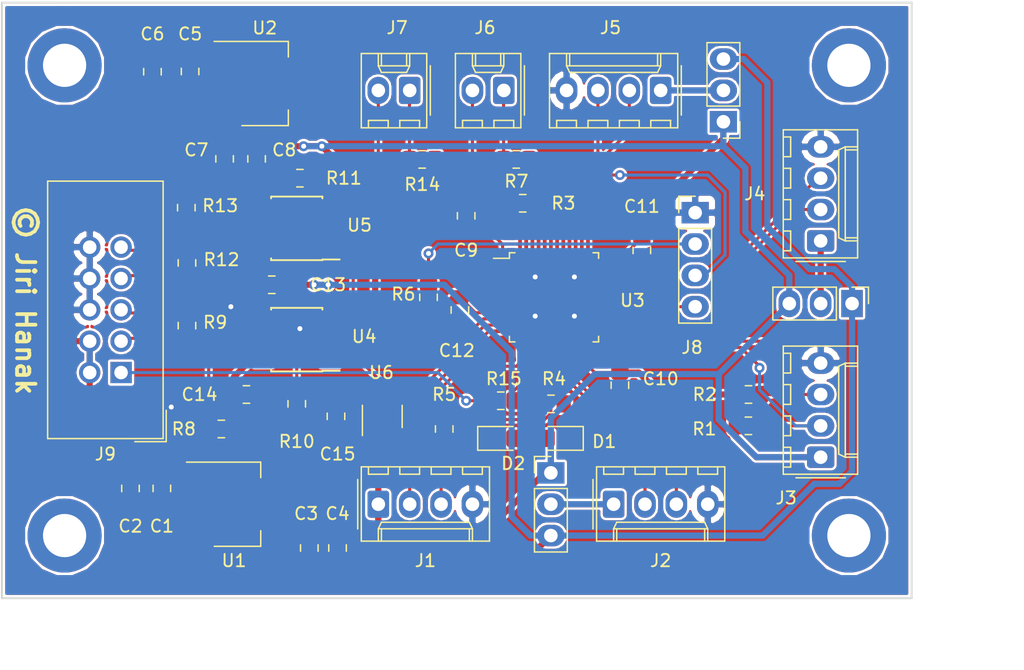
<source format=kicad_pcb>
(kicad_pcb (version 20171130) (host pcbnew 5.0.2-bee76a0~70~ubuntu18.04.1)
  (title_block (title "Water level monitoring - main board") (date 2019-01-20))
  (layers (0 F.Cu signal) (31 B.Cu signal) (34 B.Paste user) (35 F.Paste user) (36 B.SilkS user) (37 F.SilkS user) (38 B.Mask user) (39 F.Mask user) (44 Edge.Cuts user))
  (net 0 "")
  (net 1 GND)
  (net 2 +5V)
  (net 3 +3V3)
  (net 4 "Net-(D1-Pad1)")
  (net 5 "Net-(D2-Pad1)")
  (net 6 /UART3_RX)
  (net 7 /UART3_TX)
  (net 8 "Net-(J1-Pad1)")
  (net 9 /SCL)
  (net 10 /SDA)
  (net 11 /UART5_RX)
  (net 12 /UART5_TX)
  (net 13 "Net-(J3-Pad1)")
  (net 14 /~RST)
  (net 15 /SDCLK)
  (net 16 /SDWIO)
  (net 17 /UART2_RX)
  (net 18 /UART2_TX)
  (net 19 "Net-(J6-Pad1)")
  (net 20 /UART1_TX)
  (net 21 /UART1_RX)
  (net 22 /SSR_CONTROL)
  (net 23 "Net-(R3-Pad1)")
  (net 24 "Net-(R4-Pad1)")
  (net 25 "Net-(R5-Pad2)")
  (net 26 /UART4_TX)
  (net 27 /UART4_RX)
  (net 28 +5.5V)
  (net 29 "Net-(J8-Pad1)")
  (net 30 "Net-(J8-Pad3)")
  (net 31 "Net-(J8-Pad5)")
  (net 32 "Net-(J8-Pad7)")
  (net 33 "Net-(R7-Pad1)")
  (net 34 "Net-(R14-Pad1)")
  (net 35 "Net-(J8-Pad9)")
  (net 36 "Net-(U4-Pad1)")
  (net 37 "Net-(J7-Pad2)")
  (net 38 "Net-(J7-Pad1)")
  (net 39 "Net-(J9-Pad1)")
  (net 40 "Net-(J9-Pad2)")
  (module Capacitor_SMD:C_0805_2012Metric_Pad1.15x1.40mm_HandSolder (layer F.Cu) (at 183.134 127.4662 270)
    (fp_text reference C7 (at -0.7202 2.286) (layer F.SilkS))
    (fp_text value 1u)
    (pad 2 smd roundrect (at 1.025 0 270) (size 1.15 1.4) (layers F.Cu F.Paste F.Mask) (roundrect_rratio 0.217391) (net 1 GND))
    (pad 1 smd roundrect (at -1.025 0 270) (size 1.15 1.4) (layers F.Cu F.Paste F.Mask) (roundrect_rratio 0.217391) (net 3 +3V3))
  )
  (module Connector_PinHeader_2.54mm:PinHeader_1x03_P2.54mm_Vertical (layer F.Cu) (at 209.55 152.908)
    (fp_text reference SW1 hide)
    (fp_text value SW_UART3)
    (pad 3 thru_hole oval (at 0 5.08) (size 2.2 1.74) (drill 1.1) (layers *.Cu *.Mask) (net 2 +5V))
    (pad 2 thru_hole oval (at 0 2.54) (size 2.2 1.74) (drill 1.1) (layers *.Cu *.Mask) (net 8 "Net-(J1-Pad1)"))
    (pad 1 thru_hole rect (at 0 0) (size 2.2 1.74) (drill 1.1) (layers *.Cu *.Mask) (net 3 +3V3))
  )
  (module Capacitor_SMD:C_0805_2012Metric_Pad1.15x1.40mm_HandSolder (layer F.Cu) (at 186.953 137.668 180)
    (fp_text reference C13 (at -4.563 0) (layer F.SilkS))
    (fp_text value 100n)
    (pad 2 smd roundrect (at 1.025 0 180) (size 1.15 1.4) (layers F.Cu F.Paste F.Mask) (roundrect_rratio 0.217391) (net 1 GND))
    (pad 1 smd roundrect (at -1.025 0 180) (size 1.15 1.4) (layers F.Cu F.Paste F.Mask) (roundrect_rratio 0.217391) (net 2 +5V))
  )
  (module Connector_IDC:IDC-Header_2x05_P2.54mm_Vertical (layer F.Cu) (at 174.752 144.78 180)
    (fp_text reference J9 (at 1.27 -6.604 180) (layer F.SilkS))
    (fp_text value Support_board)
    (pad 1 thru_hole rect (at 0 0 180) (size 1.7272 1.7272) (drill 1.1) (layers *.Cu *.Mask) (net 29 "Net-(J8-Pad1)"))
    (pad 2 thru_hole oval (at 2.54 0 180) (size 1.7272 1.7272) (drill 1.1) (layers *.Cu *.Mask) (net 28 +5.5V))
    (pad 3 thru_hole oval (at 0 2.54 180) (size 1.7272 1.7272) (drill 1.1) (layers *.Cu *.Mask) (net 30 "Net-(J8-Pad3)"))
    (pad 4 thru_hole oval (at 2.54 2.54 180) (size 1.7272 1.7272) (drill 1.1) (layers *.Cu *.Mask) (net 28 +5.5V))
    (pad 5 thru_hole oval (at 0 5.08 180) (size 1.7272 1.7272) (drill 1.1) (layers *.Cu *.Mask) (net 31 "Net-(J8-Pad5)"))
    (pad 6 thru_hole oval (at 2.54 5.08 180) (size 1.7272 1.7272) (drill 1.1) (layers *.Cu *.Mask) (net 1 GND))
    (pad 7 thru_hole oval (at 0 7.62 180) (size 1.7272 1.7272) (drill 1.1) (layers *.Cu *.Mask) (net 32 "Net-(J8-Pad7)"))
    (pad 8 thru_hole oval (at 2.54 7.62 180) (size 1.7272 1.7272) (drill 1.1) (layers *.Cu *.Mask) (net 1 GND))
    (pad 9 thru_hole oval (at 0 10.16 180) (size 1.7272 1.7272) (drill 1.1) (layers *.Cu *.Mask) (net 35 "Net-(J8-Pad9)"))
    (pad 10 thru_hole oval (at 2.54 10.16 180) (size 1.7272 1.7272) (drill 1.1) (layers *.Cu *.Mask) (net 1 GND))
  )
  (module Capacitor_SMD:C_0805_2012Metric_Pad1.15x1.40mm_HandSolder (layer F.Cu) (at 215.138 145.805 270)
    (fp_text reference C10 (at -0.517 -3.302) (layer F.SilkS))
    (fp_text value 100n)
    (pad 1 smd roundrect (at -1.025 0 270) (size 1.15 1.4) (layers F.Cu F.Paste F.Mask) (roundrect_rratio 0.217391) (net 3 +3V3))
    (pad 2 smd roundrect (at 1.025 0 270) (size 1.15 1.4) (layers F.Cu F.Paste F.Mask) (roundrect_rratio 0.217391) (net 1 GND))
  )
  (module Package_QFP:LQFP-48_7x7mm_P0.5mm (layer F.Cu) (at 209.804 138.684)
    (fp_text reference U3 (at 6.35 0.254) (layer F.SilkS))
    (fp_text value STM32F030CCTx)
    (pad 1 smd roundrect (at -4.1625 -2.75) (size 1.475 0.3) (layers F.Cu F.Paste F.Mask) (net 3 +3V3))
    (pad 2 smd roundrect (at -4.1625 -2.25) (size 1.475 0.3) (layers F.Cu F.Paste F.Mask))
    (pad 3 smd roundrect (at -4.1625 -1.75) (size 1.475 0.3) (layers F.Cu F.Paste F.Mask))
    (pad 4 smd roundrect (at -4.1625 -1.25) (size 1.475 0.3) (layers F.Cu F.Paste F.Mask))
    (pad 5 smd roundrect (at -4.1625 -0.75) (size 1.475 0.3) (layers F.Cu F.Paste F.Mask))
    (pad 6 smd roundrect (at -4.1625 -0.25) (size 1.475 0.3) (layers F.Cu F.Paste F.Mask))
    (pad 7 smd roundrect (at -4.1625 0.25) (size 1.475 0.3) (layers F.Cu F.Paste F.Mask) (net 14 /~RST))
    (pad 8 smd roundrect (at -4.1625 0.75) (size 1.475 0.3) (layers F.Cu F.Paste F.Mask) (net 1 GND))
    (pad 9 smd roundrect (at -4.1625 1.25) (size 1.475 0.3) (layers F.Cu F.Paste F.Mask) (net 3 +3V3))
    (pad 10 smd roundrect (at -4.1625 1.75) (size 1.475 0.3) (layers F.Cu F.Paste F.Mask) (net 26 /UART4_TX))
    (pad 11 smd roundrect (at -4.1625 2.25) (size 1.475 0.3) (layers F.Cu F.Paste F.Mask) (net 27 /UART4_RX))
    (pad 12 smd roundrect (at -4.1625 2.75) (size 1.475 0.3) (layers F.Cu F.Paste F.Mask) (net 18 /UART2_TX))
    (pad 13 smd roundrect (at -2.75 4.1625) (size 0.3 1.475) (layers F.Cu F.Paste F.Mask) (net 17 /UART2_RX))
    (pad 14 smd roundrect (at -2.25 4.1625) (size 0.3 1.475) (layers F.Cu F.Paste F.Mask))
    (pad 15 smd roundrect (at -1.75 4.1625) (size 0.3 1.475) (layers F.Cu F.Paste F.Mask))
    (pad 16 smd roundrect (at -1.25 4.1625) (size 0.3 1.475) (layers F.Cu F.Paste F.Mask) (net 22 /SSR_CONTROL))
    (pad 17 smd roundrect (at -0.75 4.1625) (size 0.3 1.475) (layers F.Cu F.Paste F.Mask))
    (pad 18 smd roundrect (at -0.25 4.1625) (size 0.3 1.475) (layers F.Cu F.Paste F.Mask) (net 24 "Net-(R4-Pad1)"))
    (pad 19 smd roundrect (at 0.25 4.1625) (size 0.3 1.475) (layers F.Cu F.Paste F.Mask) (net 25 "Net-(R5-Pad2)"))
    (pad 20 smd roundrect (at 0.75 4.1625) (size 0.3 1.475) (layers F.Cu F.Paste F.Mask))
    (pad 21 smd roundrect (at 1.25 4.1625) (size 0.3 1.475) (layers F.Cu F.Paste F.Mask) (net 7 /UART3_TX))
    (pad 22 smd roundrect (at 1.75 4.1625) (size 0.3 1.475) (layers F.Cu F.Paste F.Mask) (net 6 /UART3_RX))
    (pad 23 smd roundrect (at 2.25 4.1625) (size 0.3 1.475) (layers F.Cu F.Paste F.Mask) (net 1 GND))
    (pad 24 smd roundrect (at 2.75 4.1625) (size 0.3 1.475) (layers F.Cu F.Paste F.Mask) (net 3 +3V3))
    (pad 25 smd roundrect (at 4.1625 2.75) (size 1.475 0.3) (layers F.Cu F.Paste F.Mask))
    (pad 26 smd roundrect (at 4.1625 2.25) (size 1.475 0.3) (layers F.Cu F.Paste F.Mask) (net 9 /SCL))
    (pad 27 smd roundrect (at 4.1625 1.75) (size 1.475 0.3) (layers F.Cu F.Paste F.Mask) (net 10 /SDA))
    (pad 28 smd roundrect (at 4.1625 1.25) (size 1.475 0.3) (layers F.Cu F.Paste F.Mask))
    (pad 29 smd roundrect (at 4.1625 0.75) (size 1.475 0.3) (layers F.Cu F.Paste F.Mask))
    (pad 30 smd roundrect (at 4.1625 0.25) (size 1.475 0.3) (layers F.Cu F.Paste F.Mask) (net 20 /UART1_TX))
    (pad 31 smd roundrect (at 4.1625 -0.25) (size 1.475 0.3) (layers F.Cu F.Paste F.Mask) (net 21 /UART1_RX))
    (pad 32 smd roundrect (at 4.1625 -0.75) (size 1.475 0.3) (layers F.Cu F.Paste F.Mask))
    (pad 33 smd roundrect (at 4.1625 -1.25) (size 1.475 0.3) (layers F.Cu F.Paste F.Mask))
    (pad 34 smd roundrect (at 4.1625 -1.75) (size 1.475 0.3) (layers F.Cu F.Paste F.Mask) (net 16 /SDWIO))
    (pad 35 smd roundrect (at 4.1625 -2.25) (size 1.475 0.3) (layers F.Cu F.Paste F.Mask) (net 1 GND))
    (pad 36 smd roundrect (at 4.1625 -2.75) (size 1.475 0.3) (layers F.Cu F.Paste F.Mask) (net 3 +3V3))
    (pad 37 smd roundrect (at 2.75 -4.1625) (size 0.3 1.475) (layers F.Cu F.Paste F.Mask) (net 15 /SDCLK))
    (pad 38 smd roundrect (at 2.25 -4.1625) (size 0.3 1.475) (layers F.Cu F.Paste F.Mask))
    (pad 39 smd roundrect (at 1.75 -4.1625) (size 0.3 1.475) (layers F.Cu F.Paste F.Mask) (net 12 /UART5_TX))
    (pad 40 smd roundrect (at 1.25 -4.1625) (size 0.3 1.475) (layers F.Cu F.Paste F.Mask) (net 11 /UART5_RX))
    (pad 41 smd roundrect (at 0.75 -4.1625) (size 0.3 1.475) (layers F.Cu F.Paste F.Mask) (net 33 "Net-(R7-Pad1)"))
    (pad 42 smd roundrect (at 0.25 -4.1625) (size 0.3 1.475) (layers F.Cu F.Paste F.Mask) (net 37 "Net-(J7-Pad2)"))
    (pad 43 smd roundrect (at -0.25 -4.1625) (size 0.3 1.475) (layers F.Cu F.Paste F.Mask) (net 34 "Net-(R14-Pad1)"))
    (pad 44 smd roundrect (at -0.75 -4.1625) (size 0.3 1.475) (layers F.Cu F.Paste F.Mask) (net 23 "Net-(R3-Pad1)"))
    (pad 45 smd roundrect (at -1.25 -4.1625) (size 0.3 1.475) (layers F.Cu F.Paste F.Mask) (net 40 "Net-(J9-Pad2)"))
    (pad 46 smd roundrect (at -1.75 -4.1625) (size 0.3 1.475) (layers F.Cu F.Paste F.Mask))
    (pad 47 smd roundrect (at -2.25 -4.1625) (size 0.3 1.475) (layers F.Cu F.Paste F.Mask) (net 1 GND))
    (pad 48 smd roundrect (at -2.75 -4.1625) (size 0.3 1.475) (layers F.Cu F.Paste F.Mask) (net 3 +3V3))
  )
  (module Connector_PinHeader_2.54mm:PinHeader_1x04_P2.54mm_Vertical (layer F.Cu) (at 221.234 131.826)
    (fp_text reference J8 (at -0.254 10.922) (layer F.SilkS))
    (fp_text value prg_conn hide)
    (pad 1 thru_hole rect (at 0 0) (size 2.2 1.74) (drill 1.1) (layers *.Cu *.Mask) (net 1 GND))
    (pad 2 thru_hole oval (at 0 2.54) (size 2.2 1.74) (drill 1.1) (layers *.Cu *.Mask) (net 14 /~RST))
    (pad 3 thru_hole oval (at 0 5.08) (size 2.2 1.74) (drill 1.1) (layers *.Cu *.Mask) (net 15 /SDCLK))
    (pad 4 thru_hole oval (at 0 7.62) (size 2.2 1.74) (drill 1.1) (layers *.Cu *.Mask) (net 16 /SDWIO))
  )
  (module Capacitor_SMD:C_0805_2012Metric_Pad1.15x1.40mm_HandSolder (layer F.Cu) (at 178.054 154.169 270)
    (fp_text reference C1 (at 3.057 0) (layer F.SilkS))
    (fp_text value 100n)
    (pad 2 smd roundrect (at 1.025 0 270) (size 1.15 1.4) (layers F.Cu F.Paste F.Mask) (roundrect_rratio 0.217391) (net 1 GND))
    (pad 1 smd roundrect (at -1.025 0 270) (size 1.15 1.4) (layers F.Cu F.Paste F.Mask) (roundrect_rratio 0.217391) (net 28 +5.5V))
  )
  (module Capacitor_SMD:C_0805_2012Metric_Pad1.15x1.40mm_HandSolder (layer F.Cu) (at 175.514 154.169 270)
    (fp_text reference C2 (at 3.057 0) (layer F.SilkS))
    (fp_text value 4.7u)
    (pad 2 smd roundrect (at 1.025 0 270) (size 1.15 1.4) (layers F.Cu F.Paste F.Mask) (roundrect_rratio 0.217391) (net 1 GND))
    (pad 1 smd roundrect (at -1.025 0 270) (size 1.15 1.4) (layers F.Cu F.Paste F.Mask) (roundrect_rratio 0.217391) (net 28 +5.5V))
  )
  (module Capacitor_SMD:C_0805_2012Metric_Pad1.15x1.40mm_HandSolder (layer F.Cu) (at 189.992 158.995 90)
    (fp_text reference C3 (at 2.785 -0.254 180) (layer F.SilkS))
    (fp_text value 1u)
    (pad 2 smd roundrect (at 1.025 0 90) (size 1.15 1.4) (layers F.Cu F.Paste F.Mask) (roundrect_rratio 0.217391) (net 1 GND))
    (pad 1 smd roundrect (at -1.025 0 90) (size 1.15 1.4) (layers F.Cu F.Paste F.Mask) (roundrect_rratio 0.217391) (net 2 +5V))
  )
  (module Capacitor_SMD:C_0805_2012Metric_Pad1.15x1.40mm_HandSolder (layer F.Cu) (at 192.278 158.995 90)
    (fp_text reference C4 (at 2.785 0 180) (layer F.SilkS))
    (fp_text value 100n)
    (pad 1 smd roundrect (at -1.025 0 90) (size 1.15 1.4) (layers F.Cu F.Paste F.Mask) (roundrect_rratio 0.217391) (net 2 +5V))
    (pad 2 smd roundrect (at 1.025 0 90) (size 1.15 1.4) (layers F.Cu F.Paste F.Mask) (roundrect_rratio 0.217391) (net 1 GND))
  )
  (module Capacitor_SMD:C_0805_2012Metric_Pad1.15x1.40mm_HandSolder (layer F.Cu) (at 180.34 120.387 270)
    (fp_text reference C5 (at -3.039 0) (layer F.SilkS))
    (fp_text value 100n)
    (pad 1 smd roundrect (at -1.025 0 270) (size 1.15 1.4) (layers F.Cu F.Paste F.Mask) (roundrect_rratio 0.217391) (net 28 +5.5V))
    (pad 2 smd roundrect (at 1.025 0 270) (size 1.15 1.4) (layers F.Cu F.Paste F.Mask) (roundrect_rratio 0.217391) (net 1 GND))
  )
  (module Capacitor_SMD:C_0805_2012Metric_Pad1.15x1.40mm_HandSolder (layer F.Cu) (at 177.292 120.405 270)
    (fp_text reference C6 (at -3.057 0) (layer F.SilkS))
    (fp_text value 4.7u)
    (pad 1 smd roundrect (at -1.025 0 270) (size 1.15 1.4) (layers F.Cu F.Paste F.Mask) (roundrect_rratio 0.217391) (net 28 +5.5V))
    (pad 2 smd roundrect (at 1.025 0 270) (size 1.15 1.4) (layers F.Cu F.Paste F.Mask) (roundrect_rratio 0.217391) (net 1 GND))
  )
  (module Capacitor_SMD:C_0805_2012Metric_Pad1.15x1.40mm_HandSolder (layer F.Cu) (at 185.7248 127.4662 270)
    (fp_text reference C8 (at -0.7202 -2.2352) (layer F.SilkS))
    (fp_text value 100n)
    (pad 1 smd roundrect (at -1.025 0 270) (size 1.15 1.4) (layers F.Cu F.Paste F.Mask) (roundrect_rratio 0.217391) (net 3 +3V3))
    (pad 2 smd roundrect (at 1.025 0 270) (size 1.15 1.4) (layers F.Cu F.Paste F.Mask) (roundrect_rratio 0.217391) (net 1 GND))
  )
  (module Capacitor_SMD:C_0805_2012Metric_Pad1.15x1.40mm_HandSolder (layer F.Cu) (at 202.692 132.08 90)
    (fp_text reference C9 (at -2.794 0 180) (layer F.SilkS))
    (fp_text value 100n)
    (pad 2 smd roundrect (at 1.025 0 90) (size 1.15 1.4) (layers F.Cu F.Paste F.Mask) (roundrect_rratio 0.217391) (net 1 GND))
    (pad 1 smd roundrect (at -1.025 0 90) (size 1.15 1.4) (layers F.Cu F.Paste F.Mask) (roundrect_rratio 0.217391) (net 3 +3V3))
  )
  (module Capacitor_SMD:C_0805_2012Metric_Pad1.15x1.40mm_HandSolder (layer F.Cu) (at 216.916 134.883 270)
    (fp_text reference C11 (at -3.565 0) (layer F.SilkS))
    (fp_text value 100n)
    (pad 2 smd roundrect (at 1.025 0 270) (size 1.15 1.4) (layers F.Cu F.Paste F.Mask) (roundrect_rratio 0.217391) (net 1 GND))
    (pad 1 smd roundrect (at -1.025 0 270) (size 1.15 1.4) (layers F.Cu F.Paste F.Mask) (roundrect_rratio 0.217391) (net 3 +3V3))
  )
  (module Capacitor_SMD:C_0805_2012Metric_Pad1.15x1.40mm_HandSolder (layer F.Cu) (at 202.184 139.709 270)
    (fp_text reference C12 (at 3.293 0.254) (layer F.SilkS))
    (fp_text value 100n)
    (pad 1 smd roundrect (at -1.025 0 270) (size 1.15 1.4) (layers F.Cu F.Paste F.Mask) (roundrect_rratio 0.217391) (net 3 +3V3))
    (pad 2 smd roundrect (at 1.025 0 270) (size 1.15 1.4) (layers F.Cu F.Paste F.Mask) (roundrect_rratio 0.217391) (net 1 GND))
  )
  (module Capacitor_SMD:C_0805_2012Metric_Pad1.15x1.40mm_HandSolder (layer F.Cu) (at 184.903 146.558)
    (fp_text reference C14 (at -3.801 0 180) (layer F.SilkS))
    (fp_text value 100n)
    (pad 1 smd roundrect (at -1.025 0) (size 1.15 1.4) (layers F.Cu F.Paste F.Mask) (roundrect_rratio 0.217391) (net 2 +5V))
    (pad 2 smd roundrect (at 1.025 0) (size 1.15 1.4) (layers F.Cu F.Paste F.Mask) (roundrect_rratio 0.217391) (net 1 GND))
  )
  (module LED_SMD:LED_0805_2012Metric_Pad1.15x1.40mm_HandSolder (layer F.Cu) (at 210.312 150.114 180)
    (fp_text reference D1 (at -3.556 -0.254) (layer F.SilkS))
    (fp_text value LED)
    (pad 1 smd roundrect (at -1.025 0 180) (size 1.15 1.4) (layers F.Cu F.Paste F.Mask) (roundrect_rratio 0.217391) (net 4 "Net-(D1-Pad1)"))
    (pad 2 smd roundrect (at 1.025 0 180) (size 1.15 1.4) (layers F.Cu F.Paste F.Mask) (roundrect_rratio 0.217391) (net 3 +3V3))
  )
  (module LED_SMD:LED_0805_2012Metric_Pad1.15x1.40mm_HandSolder (layer F.Cu) (at 205.486 150.114)
    (fp_text reference D2 (at 1.016 2.032 180) (layer F.SilkS))
    (fp_text value LED)
    (pad 2 smd roundrect (at 1.025 0) (size 1.15 1.4) (layers F.Cu F.Paste F.Mask) (roundrect_rratio 0.217391) (net 3 +3V3))
    (pad 1 smd roundrect (at -1.025 0) (size 1.15 1.4) (layers F.Cu F.Paste F.Mask) (roundrect_rratio 0.217391) (net 5 "Net-(D2-Pad1)"))
  )
  (module Resistor_SMD:R_0805_2012Metric_Pad1.15x1.40mm_HandSolder (layer F.Cu) (at 225.543 149.098)
    (fp_text reference R1 (at -3.565 0.254 180) (layer F.SilkS))
    (fp_text value 4k7)
    (pad 1 smd roundrect (at -1.025 0) (size 1.15 1.4) (layers F.Cu F.Paste F.Mask) (roundrect_rratio 0.217391) (net 3 +3V3))
    (pad 2 smd roundrect (at 1.025 0) (size 1.15 1.4) (layers F.Cu F.Paste F.Mask) (roundrect_rratio 0.217391) (net 9 /SCL))
  )
  (module Resistor_SMD:R_0805_2012Metric_Pad1.15x1.40mm_HandSolder (layer F.Cu) (at 225.552 146.558)
    (fp_text reference R2 (at -3.547 0 180) (layer F.SilkS))
    (fp_text value 4k7)
    (pad 2 smd roundrect (at 1.025 0) (size 1.15 1.4) (layers F.Cu F.Paste F.Mask) (roundrect_rratio 0.217391) (net 10 /SDA))
    (pad 1 smd roundrect (at -1.025 0) (size 1.15 1.4) (layers F.Cu F.Paste F.Mask) (roundrect_rratio 0.217391) (net 3 +3V3))
  )
  (module Resistor_SMD:R_0805_2012Metric_Pad1.15x1.40mm_HandSolder (layer F.Cu) (at 207.273 131.064 180)
    (fp_text reference R3 (at -3.293 0 180) (layer F.SilkS))
    (fp_text value 10k)
    (pad 2 smd roundrect (at 1.025 0 180) (size 1.15 1.4) (layers F.Cu F.Paste F.Mask) (roundrect_rratio 0.217391) (net 1 GND))
    (pad 1 smd roundrect (at -1.025 0 180) (size 1.15 1.4) (layers F.Cu F.Paste F.Mask) (roundrect_rratio 0.217391) (net 23 "Net-(R3-Pad1)"))
  )
  (module Resistor_SMD:R_0805_2012Metric_Pad1.15x1.40mm_HandSolder (layer F.Cu) (at 209.559 147.32)
    (fp_text reference R4 (at 0.245 -2.032 180) (layer F.SilkS))
    (fp_text value 330R)
    (pad 1 smd roundrect (at -1.025 0) (size 1.15 1.4) (layers F.Cu F.Paste F.Mask) (roundrect_rratio 0.217391) (net 24 "Net-(R4-Pad1)"))
    (pad 2 smd roundrect (at 1.025 0) (size 1.15 1.4) (layers F.Cu F.Paste F.Mask) (roundrect_rratio 0.217391) (net 4 "Net-(D1-Pad1)"))
  )
  (module Resistor_SMD:R_0805_2012Metric_Pad1.15x1.40mm_HandSolder (layer F.Cu) (at 200.914 149.352 90)
    (fp_text reference R5 (at 2.794 0 -180) (layer F.SilkS))
    (fp_text value 330R)
    (pad 2 smd roundrect (at 1.025 0 90) (size 1.15 1.4) (layers F.Cu F.Paste F.Mask) (roundrect_rratio 0.217391) (net 25 "Net-(R5-Pad2)"))
    (pad 1 smd roundrect (at -1.025 0 90) (size 1.15 1.4) (layers F.Cu F.Paste F.Mask) (roundrect_rratio 0.217391) (net 5 "Net-(D2-Pad1)"))
  )
  (module Resistor_SMD:R_0805_2012Metric_Pad1.15x1.40mm_HandSolder (layer F.Cu) (at 199.644 138.684 90)
    (fp_text reference R6 (at 0.254 -2.032 180) (layer F.SilkS))
    (fp_text value 10k)
    (pad 1 smd roundrect (at -1.025 0 90) (size 1.15 1.4) (layers F.Cu F.Paste F.Mask) (roundrect_rratio 0.217391) (net 3 +3V3))
    (pad 2 smd roundrect (at 1.025 0 90) (size 1.15 1.4) (layers F.Cu F.Paste F.Mask) (roundrect_rratio 0.217391) (net 14 /~RST))
  )
  (module Resistor_SMD:R_0805_2012Metric_Pad1.15x1.40mm_HandSolder (layer F.Cu) (at 182.871 149.352 180)
    (fp_text reference R8 (at 3.039 0) (layer F.SilkS))
    (fp_text value 1k)
    (pad 2 smd roundrect (at 1.025 0 180) (size 1.15 1.4) (layers F.Cu F.Paste F.Mask) (roundrect_rratio 0.217391) (net 30 "Net-(J8-Pad3)"))
    (pad 1 smd roundrect (at -1.025 0 180) (size 1.15 1.4) (layers F.Cu F.Paste F.Mask) (roundrect_rratio 0.217391) (net 2 +5V))
  )
  (module Resistor_SMD:R_0805_2012Metric_Pad1.15x1.40mm_HandSolder (layer F.Cu) (at 180.086 140.979 90)
    (fp_text reference R9 (at 0.263 2.286 180) (layer F.SilkS))
    (fp_text value 150R)
    (pad 1 smd roundrect (at -1.025 0 90) (size 1.15 1.4) (layers F.Cu F.Paste F.Mask) (roundrect_rratio 0.217391) (net 30 "Net-(J8-Pad3)"))
    (pad 2 smd roundrect (at 1.025 0 90) (size 1.15 1.4) (layers F.Cu F.Paste F.Mask) (roundrect_rratio 0.217391) (net 31 "Net-(J8-Pad5)"))
  )
  (module Resistor_SMD:R_0805_2012Metric_Pad1.15x1.40mm_HandSolder (layer F.Cu) (at 188.976 147.311 270)
    (fp_text reference R10 (at 3.057 0) (layer F.SilkS))
    (fp_text value 1k)
    (pad 1 smd roundrect (at -1.025 0 270) (size 1.15 1.4) (layers F.Cu F.Paste F.Mask) (roundrect_rratio 0.217391) (net 31 "Net-(J8-Pad5)"))
    (pad 2 smd roundrect (at 1.025 0 270) (size 1.15 1.4) (layers F.Cu F.Paste F.Mask) (roundrect_rratio 0.217391) (net 1 GND))
  )
  (module Resistor_SMD:R_0805_2012Metric_Pad1.15x1.40mm_HandSolder (layer F.Cu) (at 189.23 129.032 180)
    (fp_text reference R11 (at -3.556 0 180) (layer F.SilkS))
    (fp_text value 1k)
    (pad 2 smd roundrect (at 1.025 0 180) (size 1.15 1.4) (layers F.Cu F.Paste F.Mask) (roundrect_rratio 0.217391) (net 32 "Net-(J8-Pad7)"))
    (pad 1 smd roundrect (at -1.025 0 180) (size 1.15 1.4) (layers F.Cu F.Paste F.Mask) (roundrect_rratio 0.217391) (net 2 +5V))
  )
  (module Resistor_SMD:R_0805_2012Metric_Pad1.15x1.40mm_HandSolder (layer F.Cu) (at 180.086 135.899 90)
    (fp_text reference R12 (at 0.263 2.794 180) (layer F.SilkS))
    (fp_text value 150R)
    (pad 1 smd roundrect (at -1.025 0 90) (size 1.15 1.4) (layers F.Cu F.Paste F.Mask) (roundrect_rratio 0.217391) (net 32 "Net-(J8-Pad7)"))
    (pad 2 smd roundrect (at 1.025 0 90) (size 1.15 1.4) (layers F.Cu F.Paste F.Mask) (roundrect_rratio 0.217391) (net 35 "Net-(J8-Pad9)"))
  )
  (module Resistor_SMD:R_0805_2012Metric_Pad1.15x1.40mm_HandSolder (layer F.Cu) (at 180.0352 131.4196 90)
    (fp_text reference R13 (at 0.1524 2.7432 180) (layer F.SilkS))
    (fp_text value 1k)
    (pad 1 smd roundrect (at -1.025 0 90) (size 1.15 1.4) (layers F.Cu F.Paste F.Mask) (roundrect_rratio 0.217391) (net 35 "Net-(J8-Pad9)"))
    (pad 2 smd roundrect (at 1.025 0 90) (size 1.15 1.4) (layers F.Cu F.Paste F.Mask) (roundrect_rratio 0.217391) (net 1 GND))
  )
  (module Package_TO_SOT_SMD:SOT-223-3_TabPin2 (layer F.Cu) (at 184.15 155.448)
    (fp_text reference U1 (at -0.254 4.572) (layer F.SilkS))
    (fp_text value MCP1826S_5V)
    (pad 1 smd rect (at -3.15 -2.3) (size 2 1.5) (layers F.Cu F.Paste F.Mask) (net 28 +5.5V))
    (pad 3 smd rect (at -3.15 2.3) (size 2 1.5) (layers F.Cu F.Paste F.Mask) (net 2 +5V))
    (pad 2 smd rect (at -3.15 0) (size 2 1.5) (layers F.Cu F.Paste F.Mask) (net 1 GND))
    (pad 2 smd rect (at 3.15 0) (size 2 3.8) (layers F.Cu F.Paste F.Mask) (net 1 GND))
  )
  (module Package_TO_SOT_SMD:SOT-223-3_TabPin2 (layer F.Cu) (at 186.3852 121.3612)
    (fp_text reference U2 (at 0 -4.5) (layer F.SilkS))
    (fp_text value MCP1826S_3.3V)
    (pad 2 smd rect (at 3.15 0) (size 2 3.8) (layers F.Cu F.Paste F.Mask) (net 1 GND))
    (pad 2 smd rect (at -3.15 0) (size 2 1.5) (layers F.Cu F.Paste F.Mask) (net 1 GND))
    (pad 3 smd rect (at -3.15 2.3) (size 2 1.5) (layers F.Cu F.Paste F.Mask) (net 3 +3V3))
    (pad 1 smd rect (at -3.15 -2.3) (size 2 1.5) (layers F.Cu F.Paste F.Mask) (net 28 +5.5V))
  )
  (module Connector_PinHeader_2.54mm:PinHeader_1x03_P2.54mm_Vertical (layer F.Cu) (at 223.52 124.46 180)
    (fp_text reference SW2 hide)
    (fp_text value SW_UART5)
    (pad 1 thru_hole rect (at 0 0 180) (size 2.2 1.74) (drill 1.1) (layers *.Cu *.Mask) (net 3 +3V3))
    (pad 2 thru_hole oval (at 0 2.54 180) (size 2.2 1.74) (drill 1.1) (layers *.Cu *.Mask) (net 13 "Net-(J3-Pad1)"))
    (pad 3 thru_hole oval (at 0 5.08 180) (size 2.2 1.74) (drill 1.1) (layers *.Cu *.Mask) (net 2 +5V))
  )
  (module GHlib:Screw (layer F.Cu) (at 170.18 119.888)
    (fp_text reference N1 hide)
    (fp_text value Screw)
    (pad 1 thru_hole circle (at 0 0) (size 6 6) (drill 3.5) (layers *.Cu *.Mask))
  )
  (module GHlib:Screw (layer F.Cu) (at 233.68 119.888)
    (fp_text reference N2 hide)
    (fp_text value Screw)
    (pad 1 thru_hole circle (at 0 0) (size 6 6) (drill 3.5) (layers *.Cu *.Mask))
  )
  (module GHlib:Screw (layer F.Cu) (at 170.18 157.988)
    (fp_text reference N3 hide)
    (fp_text value Screw)
    (pad 1 thru_hole circle (at 0 0) (size 6 6) (drill 3.5) (layers *.Cu *.Mask))
  )
  (module GHlib:Screw (layer F.Cu) (at 233.68 157.988)
    (fp_text reference N4 hide)
    (fp_text value Screw)
    (pad 1 thru_hole circle (at 0 0) (size 6 6) (drill 3.5) (layers *.Cu *.Mask))
  )
  (module Package_SO:SOIC-8_3.9x4.9mm_P1.27mm (layer F.Cu) (at 188.976 142.113 180)
    (fp_text reference U4 (at -5.461 0.254 180) (layer F.SilkS))
    (fp_text value SN75LBC176D)
    (pad 1 smd rect (at -2.7 -1.905 180) (size 1.55 0.6) (layers F.Cu F.Paste F.Mask) (net 36 "Net-(U4-Pad1)"))
    (pad 2 smd rect (at -2.7 -0.635 180) (size 1.55 0.6) (layers F.Cu F.Paste F.Mask) (net 1 GND))
    (pad 3 smd rect (at -2.7 0.635 180) (size 1.55 0.6) (layers F.Cu F.Paste F.Mask) (net 1 GND))
    (pad 4 smd rect (at -2.7 1.905 180) (size 1.55 0.6) (layers F.Cu F.Paste F.Mask))
    (pad 5 smd rect (at 2.7 1.905 180) (size 1.55 0.6) (layers F.Cu F.Paste F.Mask) (net 1 GND))
    (pad 6 smd rect (at 2.7 0.635 180) (size 1.55 0.6) (layers F.Cu F.Paste F.Mask) (net 31 "Net-(J8-Pad5)"))
    (pad 7 smd rect (at 2.7 -0.635 180) (size 1.55 0.6) (layers F.Cu F.Paste F.Mask) (net 30 "Net-(J8-Pad3)"))
    (pad 8 smd rect (at 2.7 -1.905 180) (size 1.55 0.6) (layers F.Cu F.Paste F.Mask) (net 2 +5V))
  )
  (module Package_SO:SOIC-8_3.9x4.9mm_P1.27mm (layer F.Cu) (at 188.976 133.096 180)
    (fp_text reference U5 (at -5.08 0.254 180) (layer F.SilkS))
    (fp_text value SN75LBC176D)
    (pad 8 smd rect (at 2.7 -1.905 180) (size 1.55 0.6) (layers F.Cu F.Paste F.Mask) (net 2 +5V))
    (pad 7 smd rect (at 2.7 -0.635 180) (size 1.55 0.6) (layers F.Cu F.Paste F.Mask) (net 32 "Net-(J8-Pad7)"))
    (pad 6 smd rect (at 2.7 0.635 180) (size 1.55 0.6) (layers F.Cu F.Paste F.Mask) (net 35 "Net-(J8-Pad9)"))
    (pad 5 smd rect (at 2.7 1.905 180) (size 1.55 0.6) (layers F.Cu F.Paste F.Mask) (net 1 GND))
    (pad 4 smd rect (at -2.7 1.905 180) (size 1.55 0.6) (layers F.Cu F.Paste F.Mask) (net 26 /UART4_TX))
    (pad 3 smd rect (at -2.7 0.635 180) (size 1.55 0.6) (layers F.Cu F.Paste F.Mask) (net 2 +5V))
    (pad 2 smd rect (at -2.7 -0.635 180) (size 1.55 0.6) (layers F.Cu F.Paste F.Mask) (net 2 +5V))
    (pad 1 smd rect (at -2.7 -1.905 180) (size 1.55 0.6) (layers F.Cu F.Paste F.Mask))
  )
  (module Connector_Molex:Molex_KK-254_AE-6410-04A_1x04_P2.54mm_Vertical (layer F.Cu) (at 214.63 155.448)
    (fp_text reference J2 (at 3.81 4.572) (layer F.SilkS))
    (fp_text value UART3 hide)
    (pad 4 thru_hole oval (at 7.62 0) (size 1.74 2.2) (drill 1.1) (layers *.Cu *.Mask) (net 1 GND))
    (pad 3 thru_hole oval (at 5.08 0) (size 1.74 2.2) (drill 1.1) (layers *.Cu *.Mask) (net 6 /UART3_RX))
    (pad 2 thru_hole oval (at 2.54 0) (size 1.74 2.2) (drill 1.1) (layers *.Cu *.Mask) (net 7 /UART3_TX))
    (pad 1 thru_hole roundrect (at 0 0) (size 1.74 2.2) (drill 1.1) (layers *.Cu *.Mask) (roundrect_rratio 0.144) (net 8 "Net-(J1-Pad1)"))
  )
  (module Connector_Molex:Molex_KK-254_AE-6410-04A_1x04_P2.54mm_Vertical (layer F.Cu) (at 231.394 151.638 90)
    (fp_text reference J3 (at -3.302 -2.794 180) (layer F.SilkS))
    (fp_text value I2C hide)
    (pad 1 thru_hole roundrect (at 0 0 90) (size 1.74 2.2) (drill 1.1) (layers *.Cu *.Mask) (roundrect_rratio 0.144) (net 3 +3V3))
    (pad 2 thru_hole oval (at 2.54 0 90) (size 1.74 2.2) (drill 1.1) (layers *.Cu *.Mask) (net 9 /SCL))
    (pad 3 thru_hole oval (at 5.08 0 90) (size 1.74 2.2) (drill 1.1) (layers *.Cu *.Mask) (net 10 /SDA))
    (pad 4 thru_hole oval (at 7.62 0 90) (size 1.74 2.2) (drill 1.1) (layers *.Cu *.Mask) (net 1 GND))
  )
  (module Connector_Molex:Molex_KK-254_AE-6410-04A_1x04_P2.54mm_Vertical (layer F.Cu) (at 218.44 121.92 180)
    (fp_text reference J5 (at 4.064 5.08 180) (layer F.SilkS))
    (fp_text value UART5 hide)
    (pad 1 thru_hole roundrect (at 0 0 180) (size 1.74 2.2) (drill 1.1) (layers *.Cu *.Mask) (roundrect_rratio 0.144) (net 13 "Net-(J3-Pad1)"))
    (pad 2 thru_hole oval (at 2.54 0 180) (size 1.74 2.2) (drill 1.1) (layers *.Cu *.Mask) (net 12 /UART5_TX))
    (pad 3 thru_hole oval (at 5.08 0 180) (size 1.74 2.2) (drill 1.1) (layers *.Cu *.Mask) (net 11 /UART5_RX))
    (pad 4 thru_hole oval (at 7.62 0 180) (size 1.74 2.2) (drill 1.1) (layers *.Cu *.Mask) (net 1 GND))
  )
  (module Connector_Molex:Molex_KK-254_AE-6410-04A_1x04_P2.54mm_Vertical (layer F.Cu) (at 231.394 134.112 90)
    (fp_text reference J4 (at 3.81 -5.334 180) (layer F.SilkS))
    (fp_text value UART1 hide)
    (pad 4 thru_hole oval (at 7.62 0 90) (size 1.74 2.2) (drill 1.1) (layers *.Cu *.Mask) (net 1 GND))
    (pad 3 thru_hole oval (at 5.08 0 90) (size 1.74 2.2) (drill 1.1) (layers *.Cu *.Mask) (net 21 /UART1_RX))
    (pad 2 thru_hole oval (at 2.54 0 90) (size 1.74 2.2) (drill 1.1) (layers *.Cu *.Mask) (net 20 /UART1_TX))
    (pad 1 thru_hole roundrect (at 0 0 90) (size 1.74 2.2) (drill 1.1) (layers *.Cu *.Mask) (roundrect_rratio 0.144) (net 19 "Net-(J6-Pad1)"))
  )
  (module Resistor_SMD:R_0805_2012Metric_Pad1.15x1.40mm_HandSolder (layer F.Cu) (at 206.747 127.508 180)
    (fp_text reference R7 (at -0.009 -1.778 180) (layer F.SilkS))
    (fp_text value 330R)
    (pad 2 smd roundrect (at 1.025 0 180) (size 1.15 1.4) (layers F.Cu F.Paste F.Mask) (roundrect_rratio 0.217391) (net 38 "Net-(J7-Pad1)"))
    (pad 1 smd roundrect (at -1.025 0 180) (size 1.15 1.4) (layers F.Cu F.Paste F.Mask) (roundrect_rratio 0.217391) (net 33 "Net-(R7-Pad1)"))
  )
  (module Resistor_SMD:R_0805_2012Metric_Pad1.15x1.40mm_HandSolder (layer F.Cu) (at 199.127 127.508 180)
    (fp_text reference R14 (at -0.009 -2.032 180) (layer F.SilkS))
    (fp_text value 330R)
    (pad 1 smd roundrect (at -1.025 0 180) (size 1.15 1.4) (layers F.Cu F.Paste F.Mask) (roundrect_rratio 0.217391) (net 34 "Net-(R14-Pad1)"))
    (pad 2 smd roundrect (at 1.025 0 180) (size 1.15 1.4) (layers F.Cu F.Paste F.Mask) (roundrect_rratio 0.217391) (net 39 "Net-(J9-Pad1)"))
  )
  (module Connector_PinHeader_2.54mm:PinHeader_1x03_P2.54mm_Vertical (layer F.Cu) (at 233.934 139.192 270)
    (fp_text reference SW5 hide)
    (fp_text value SW_UART1)
    (pad 1 thru_hole rect (at 0 0 270) (size 2.2 1.74) (drill 1.1) (layers *.Cu *.Mask) (net 2 +5V))
    (pad 2 thru_hole oval (at 0 2.54 270) (size 2.2 1.74) (drill 1.1) (layers *.Cu *.Mask) (net 19 "Net-(J6-Pad1)"))
    (pad 3 thru_hole oval (at 0 5.08 270) (size 2.2 1.74) (drill 1.1) (layers *.Cu *.Mask) (net 3 +3V3))
  )
  (module Resistor_SMD:R_0805_2012Metric_Pad1.15x1.40mm_HandSolder (layer F.Cu) (at 205.495 147.066 180)
    (fp_text reference R15 (at -0.245 1.778 180) (layer F.SilkS))
    (fp_text value 330R)
    (pad 1 smd roundrect (at -1.025 0 180) (size 1.15 1.4) (layers F.Cu F.Paste F.Mask) (roundrect_rratio 0.217391) (net 22 /SSR_CONTROL))
    (pad 2 smd roundrect (at 1.025 0 180) (size 1.15 1.4) (layers F.Cu F.Paste F.Mask) (roundrect_rratio 0.217391) (net 29 "Net-(J8-Pad1)"))
  )
  (module Package_TO_SOT_SMD:SOT-23-5_HandSoldering (layer F.Cu) (at 195.9 148.336 90)
    (fp_text reference U6 (at 3.556 -0.066 180) (layer F.SilkS))
    (fp_text value SN74LV1T34)
    (pad 1 smd rect (at -1.35 -0.95 90) (size 1.56 0.65) (layers F.Cu F.Paste F.Mask))
    (pad 2 smd rect (at -1.35 0 90) (size 1.56 0.65) (layers F.Cu F.Paste F.Mask) (net 36 "Net-(U4-Pad1)"))
    (pad 3 smd rect (at -1.35 0.95 90) (size 1.56 0.65) (layers F.Cu F.Paste F.Mask) (net 1 GND))
    (pad 4 smd rect (at 1.35 0.95 90) (size 1.56 0.65) (layers F.Cu F.Paste F.Mask) (net 27 /UART4_RX))
    (pad 5 smd rect (at 1.35 -0.95 90) (size 1.56 0.65) (layers F.Cu F.Paste F.Mask) (net 3 +3V3))
  )
  (module Connector_Molex:Molex_KK-254_AE-6410-04A_1x04_P2.54mm_Vertical (layer F.Cu) (at 195.58 155.448)
    (fp_text reference J1 (at 3.81 4.572) (layer F.SilkS))
    (fp_text value UART2)
    (pad 1 thru_hole roundrect (at 0 0) (size 1.74 2.2) (drill 1.1) (layers *.Cu *.Mask) (roundrect_rratio 0.144) (net 3 +3V3))
    (pad 2 thru_hole oval (at 2.54 0) (size 1.74 2.2) (drill 1.1) (layers *.Cu *.Mask) (net 18 /UART2_TX))
    (pad 3 thru_hole oval (at 5.08 0) (size 1.74 2.2) (drill 1.1) (layers *.Cu *.Mask) (net 17 /UART2_RX))
    (pad 4 thru_hole oval (at 7.62 0) (size 1.74 2.2) (drill 1.1) (layers *.Cu *.Mask) (net 1 GND))
  )
  (module Connector_Molex:Molex_KK-254_AE-6410-02A_1x02_P2.54mm_Vertical (layer F.Cu) (at 205.74 121.92 180)
    (fp_text reference J6 (at 1.524 5.08 180) (layer F.SilkS))
    (fp_text value BTN_X hide)
    (pad 2 thru_hole oval (at 2.54 0 180) (size 1.74 2.2) (drill 1.1) (layers *.Cu *.Mask) (net 37 "Net-(J7-Pad2)"))
    (pad 1 thru_hole roundrect (at 0 0 180) (size 1.74 2.2) (drill 1.1) (layers *.Cu *.Mask) (roundrect_rratio 0.144) (net 38 "Net-(J7-Pad1)"))
  )
  (module Connector_Molex:Molex_KK-254_AE-6410-02A_1x02_P2.54mm_Vertical (layer F.Cu) (at 198.12 121.92 180)
    (fp_text reference J7 (at 1.016 5.08 180) (layer F.SilkS))
    (fp_text value BTN_Y hide)
    (pad 1 thru_hole roundrect (at 0 0 180) (size 1.74 2.2) (drill 1.1) (layers *.Cu *.Mask) (roundrect_rratio 0.144) (net 39 "Net-(J9-Pad1)"))
    (pad 2 thru_hole oval (at 2.54 0 180) (size 1.74 2.2) (drill 1.1) (layers *.Cu *.Mask) (net 40 "Net-(J9-Pad2)"))
  )
  (module Capacitor_SMD:C_0805_2012Metric_Pad1.15x1.40mm_HandSolder (layer F.Cu) (at 192.151 148.327 270)
    (fp_text reference C15 (at 3.057 -0.127) (layer F.SilkS))
    (fp_text value 100n)
    (pad 1 smd roundrect (at -1.025 0 270) (size 1.15 1.4) (layers F.Cu F.Paste F.Mask) (roundrect_rratio 0.217391) (net 1 GND))
    (pad 2 smd roundrect (at 1.025 0 270) (size 1.15 1.4) (layers F.Cu F.Paste F.Mask) (roundrect_rratio 0.217391) (net 3 +3V3))
  )
  (gr_text "© Jiri Hanak" (at 167.005 138.938 270) (layer F.SilkS) (effects (font (size 1.5 1.5) (thickness 0.3))))
  (gr_line (start 165.1 163.068) (end 165.1 114.808) (layer Edge.Cuts) (width 0.15))
  (gr_line (start 238.76 163.068) (end 165.1 163.068) (layer Edge.Cuts) (width 0.15))
  (gr_line (start 238.76 114.808) (end 238.76 163.068) (layer Edge.Cuts) (width 0.15))
  (gr_line (start 165.1 114.808) (end 238.76 114.808) (layer Edge.Cuts) (width 0.15))
  (via (at 208.28 137.033) (size 0.8) (drill 0.4) (layers F.Cu B.Cu) (net 1))
  (via (at 211.455 137.033) (size 0.8) (drill 0.4) (layers F.Cu B.Cu) (net 1))
  (via (at 211.455 140.208) (size 0.8) (drill 0.4) (layers F.Cu B.Cu) (net 1))
  (via (at 208.28 140.208) (size 0.8) (drill 0.4) (layers F.Cu B.Cu) (net 1))
  (segment (start 186.276 131.191) (end 185.801 131.191) (width 0.25) (layer F.Cu) (net 1))
  (via (at 178.816 147.574) (size 0.8) (drill 0.4) (layers F.Cu B.Cu) (net 1))
  (via (at 183.642 139.446) (size 0.8) (drill 0.4) (layers F.Cu B.Cu) (net 1))
  (via (at 189.23 141.224) (size 0.8) (drill 0.4) (layers F.Cu B.Cu) (net 1))
  (segment (start 186.751 135.001) (end 186.276 135.001) (width 0.25) (layer F.Cu) (net 2))
  (via (at 191.516 137.668) (size 0.8) (drill 0.4) (layers F.Cu B.Cu) (net 2))
  (segment (start 186.276 135.001) (end 189.23 135.001) (width 0.25) (layer F.Cu) (net 2))
  (segment (start 187.978 137.668) (end 189.23 137.668) (width 0.5) (layer F.Cu) (net 2))
  (segment (start 190.5 133.731) (end 191.676 133.731) (width 0.25) (layer F.Cu) (net 2))
  (segment (start 190.255 129.032) (end 190.255 132.461) (width 0.25) (layer F.Cu) (net 2))
  (segment (start 191.676 132.461) (end 190.255 132.461) (width 0.25) (layer F.Cu) (net 2))
  (segment (start 190.255 132.461) (end 190.255 133.486) (width 0.25) (layer F.Cu) (net 2))
  (segment (start 189.23 135.001) (end 189.611 135.001) (width 0.25) (layer F.Cu) (net 2))
  (segment (start 189.611 135.001) (end 190.255 134.357) (width 0.25) (layer F.Cu) (net 2))
  (segment (start 190.5 133.731) (end 190.255 133.731) (width 0.25) (layer F.Cu) (net 2))
  (segment (start 190.255 134.357) (end 190.255 133.731) (width 0.25) (layer F.Cu) (net 2))
  (segment (start 190.255 133.731) (end 190.255 133.486) (width 0.25) (layer F.Cu) (net 2))
  (segment (start 189.23 137.668) (end 189.611 137.668) (width 0.5) (layer F.Cu) (net 2))
  (segment (start 189.611 135.001) (end 189.611 137.668) (width 0.25) (layer F.Cu) (net 2))
  (segment (start 189.611 137.668) (end 190.373 137.668) (width 0.5) (layer F.Cu) (net 2))
  (segment (start 225.171 119.38) (end 227.076 121.285) (width 0.5) (layer B.Cu) (net 2))
  (segment (start 223.52 119.38) (end 225.171 119.38) (width 0.5) (layer B.Cu) (net 2))
  (segment (start 227.076 121.285) (end 227.076 132.969) (width 0.5) (layer B.Cu) (net 2))
  (segment (start 230.505 136.398) (end 232.49 136.398) (width 0.5) (layer B.Cu) (net 2))
  (segment (start 233.934 137.842) (end 233.934 139.192) (width 0.5) (layer B.Cu) (net 2))
  (segment (start 227.076 132.969) (end 230.505 136.398) (width 0.5) (layer B.Cu) (net 2))
  (segment (start 232.49 136.398) (end 233.934 137.842) (width 0.5) (layer B.Cu) (net 2))
  (via (at 190.373 137.668) (size 0.8) (drill 0.4) (layers F.Cu B.Cu) (net 2))
  (segment (start 183.896 145.123) (end 183.896 149.733) (width 0.5) (layer F.Cu) (net 2))
  (segment (start 186.276 144.018) (end 185.001 144.018) (width 0.5) (layer F.Cu) (net 2))
  (segment (start 185.001 144.018) (end 183.896 145.123) (width 0.5) (layer F.Cu) (net 2))
  (segment (start 183.896 149.733) (end 183.896 157.748) (width 0.5) (layer F.Cu) (net 2))
  (segment (start 181 157.748) (end 183.896 157.748) (width 0.5) (layer F.Cu) (net 2))
  (segment (start 189.192 160.02) (end 189.992 160.02) (width 0.5) (layer F.Cu) (net 2))
  (segment (start 186.182 160.02) (end 189.192 160.02) (width 0.5) (layer F.Cu) (net 2))
  (segment (start 183.896 157.748) (end 183.91 157.748) (width 0.5) (layer F.Cu) (net 2))
  (segment (start 183.91 157.748) (end 186.182 160.02) (width 0.5) (layer F.Cu) (net 2))
  (segment (start 192.278 160.02) (end 189.992 160.02) (width 0.5) (layer F.Cu) (net 2))
  (segment (start 208.700001 158.837999) (end 209.55 157.988) (width 0.5) (layer F.Cu) (net 2))
  (segment (start 192.278 160.02) (end 207.518 160.02) (width 0.5) (layer F.Cu) (net 2))
  (segment (start 207.518 160.02) (end 208.700001 158.837999) (width 0.5) (layer F.Cu) (net 2))
  (segment (start 191.516 137.668) (end 190.373 137.668) (width 0.5) (layer B.Cu) (net 2))
  (segment (start 190.373 137.668) (end 191.516 137.668) (width 0.5) (layer F.Cu) (net 2))
  (segment (start 192.081685 137.668) (end 191.516 137.668) (width 0.5) (layer B.Cu) (net 2))
  (segment (start 200.914 137.668) (end 192.081685 137.668) (width 0.5) (layer B.Cu) (net 2))
  (segment (start 206.375 156.464) (end 206.375 143.129) (width 0.5) (layer B.Cu) (net 2))
  (segment (start 206.375 143.129) (end 200.914 137.668) (width 0.5) (layer B.Cu) (net 2))
  (segment (start 209.55 157.988) (end 207.899 157.988) (width 0.5) (layer B.Cu) (net 2))
  (segment (start 207.899 157.988) (end 206.375 156.464) (width 0.5) (layer B.Cu) (net 2))
  (segment (start 233.934 152.781) (end 233.934 139.192) (width 0.5) (layer B.Cu) (net 2))
  (segment (start 232.918 153.797) (end 233.934 152.781) (width 0.5) (layer B.Cu) (net 2))
  (segment (start 230.886 153.797) (end 232.918 153.797) (width 0.5) (layer B.Cu) (net 2))
  (segment (start 209.55 157.988) (end 226.695 157.988) (width 0.5) (layer B.Cu) (net 2))
  (segment (start 226.695 157.988) (end 230.886 153.797) (width 0.5) (layer B.Cu) (net 2))
  (segment (start 214.84 135.934) (end 213.9665 135.934) (width 0.25) (layer F.Cu) (net 3))
  (segment (start 216.916 133.858) (end 214.84 135.934) (width 0.25) (layer F.Cu) (net 3))
  (segment (start 212.554 144.228) (end 212.554 142.8465) (width 0.25) (layer F.Cu) (net 3))
  (segment (start 215.138 144.78) (end 213.106 144.78) (width 0.25) (layer F.Cu) (net 3))
  (segment (start 213.106 144.78) (end 212.554 144.228) (width 0.25) (layer F.Cu) (net 3))
  (segment (start 216.916 132.414) (end 216.916 133.183) (width 0.5) (layer F.Cu) (net 3))
  (segment (start 216.916 133.183) (end 216.916 133.858) (width 0.5) (layer F.Cu) (net 3))
  (segment (start 223.52 125.81) (end 216.916 132.414) (width 0.5) (layer F.Cu) (net 3))
  (segment (start 223.52 124.46) (end 223.52 125.81) (width 0.5) (layer F.Cu) (net 3))
  (segment (start 230.632 151.638) (end 231.394 151.638) (width 0.5) (layer B.Cu) (net 3))
  (segment (start 206.511 150.114) (end 209.287 150.114) (width 0.5) (layer F.Cu) (net 3))
  (segment (start 209.55 150.377) (end 209.287 150.114) (width 0.5) (layer F.Cu) (net 3))
  (segment (start 209.55 152.908) (end 209.55 150.377) (width 0.5) (layer F.Cu) (net 3))
  (segment (start 202.683 133.096) (end 195.326 133.096) (width 0.5) (layer F.Cu) (net 3))
  (segment (start 202.692 133.105) (end 202.683 133.096) (width 0.5) (layer F.Cu) (net 3))
  (segment (start 196.605 139.709) (end 199.644 139.709) (width 0.5) (layer F.Cu) (net 3))
  (segment (start 195.326 133.096) (end 195.326 138.43) (width 0.5) (layer F.Cu) (net 3))
  (segment (start 195.326 138.43) (end 196.605 139.709) (width 0.5) (layer F.Cu) (net 3))
  (segment (start 200.161 139.192) (end 199.644 139.709) (width 0.5) (layer F.Cu) (net 3))
  (segment (start 202.184 138.684) (end 201.676 138.684) (width 0.5) (layer F.Cu) (net 3))
  (segment (start 201.168 139.192) (end 200.161 139.192) (width 0.5) (layer F.Cu) (net 3))
  (segment (start 201.676 138.684) (end 201.168 139.192) (width 0.5) (layer F.Cu) (net 3))
  (segment (start 195.58 156.648) (end 195.58 157.988) (width 0.5) (layer F.Cu) (net 3))
  (segment (start 195.58 155.448) (end 195.58 156.648) (width 0.5) (layer F.Cu) (net 3))
  (segment (start 203.962 157.988) (end 195.58 157.988) (width 0.5) (layer F.Cu) (net 3))
  (segment (start 209.55 152.908) (end 209.042 152.908) (width 0.5) (layer F.Cu) (net 3))
  (segment (start 209.042 152.908) (end 203.962 157.988) (width 0.5) (layer F.Cu) (net 3))
  (segment (start 209.55 152.908) (end 209.55 148.463) (width 0.5) (layer B.Cu) (net 3))
  (segment (start 209.55 148.463) (end 213.106 144.907) (width 0.5) (layer B.Cu) (net 3))
  (segment (start 213.106 144.907) (end 223.139 144.907) (width 0.5) (layer B.Cu) (net 3))
  (segment (start 223.139 144.907) (end 228.854 139.192) (width 0.5) (layer B.Cu) (net 3))
  (segment (start 223.139 144.907) (end 223.139 148.59) (width 0.5) (layer B.Cu) (net 3))
  (segment (start 223.139 148.59) (end 226.187 151.638) (width 0.5) (layer B.Cu) (net 3))
  (segment (start 226.187 151.638) (end 231.394 151.638) (width 0.5) (layer B.Cu) (net 3))
  (segment (start 218.44 146.558) (end 223.852 146.558) (width 0.5) (layer F.Cu) (net 3))
  (segment (start 215.138 144.78) (end 216.662 144.78) (width 0.5) (layer F.Cu) (net 3))
  (segment (start 223.852 146.558) (end 224.527 146.558) (width 0.5) (layer F.Cu) (net 3))
  (segment (start 216.662 144.78) (end 218.44 146.558) (width 0.5) (layer F.Cu) (net 3))
  (segment (start 205.6415 139.934) (end 203.434 139.934) (width 0.25) (layer F.Cu) (net 3))
  (segment (start 203.434 139.934) (end 202.184 138.684) (width 0.25) (layer F.Cu) (net 3))
  (segment (start 204.352 133.105) (end 202.692 133.105) (width 0.25) (layer F.Cu) (net 3))
  (segment (start 205.6415 135.934) (end 205.6415 134.3945) (width 0.25) (layer F.Cu) (net 3))
  (segment (start 205.6415 134.3945) (end 204.352 133.105) (width 0.25) (layer F.Cu) (net 3))
  (segment (start 207.054 134.5215) (end 206.8985 134.366) (width 0.25) (layer F.Cu) (net 3))
  (segment (start 205.67 134.366) (end 205.6415 134.3945) (width 0.25) (layer F.Cu) (net 3))
  (segment (start 206.8985 134.366) (end 205.67 134.366) (width 0.25) (layer F.Cu) (net 3))
  (segment (start 224.527 146.558) (end 224.527 148.962) (width 0.5) (layer F.Cu) (net 3))
  (segment (start 224.527 148.962) (end 224.391 149.098) (width 0.5) (layer F.Cu) (net 3))
  (segment (start 224.518 149.098) (end 224.518 149.969) (width 0.5) (layer F.Cu) (net 3))
  (segment (start 226.187 151.638) (end 231.394 151.638) (width 0.5) (layer F.Cu) (net 3))
  (segment (start 224.518 149.969) (end 226.187 151.638) (width 0.5) (layer F.Cu) (net 3))
  (segment (start 194.95 146.986) (end 194.39 146.986) (width 0.5) (layer F.Cu) (net 3))
  (segment (start 195.58 153.543) (end 195.58 155.448) (width 0.5) (layer F.Cu) (net 3))
  (segment (start 193.802 151.765) (end 195.58 153.543) (width 0.5) (layer F.Cu) (net 3))
  (segment (start 194.39 146.986) (end 193.802 147.574) (width 0.5) (layer F.Cu) (net 3))
  (segment (start 193.793 148.091) (end 193.802 148.082) (width 0.5) (layer F.Cu) (net 3))
  (segment (start 193.802 147.574) (end 193.802 148.082) (width 0.5) (layer F.Cu) (net 3))
  (segment (start 192.532 149.352) (end 193.802 149.352) (width 0.5) (layer F.Cu) (net 3))
  (segment (start 193.802 148.082) (end 193.802 149.352) (width 0.5) (layer F.Cu) (net 3))
  (segment (start 193.802 149.352) (end 193.802 151.765) (width 0.5) (layer F.Cu) (net 3))
  (segment (start 183.2352 126.34) (end 183.134 126.4412) (width 0.5) (layer F.Cu) (net 3))
  (segment (start 183.2352 123.6612) (end 183.2352 126.34) (width 0.5) (layer F.Cu) (net 3))
  (segment (start 183.134 126.4412) (end 185.7248 126.4412) (width 0.5) (layer F.Cu) (net 3))
  (segment (start 191.407999 126.841199) (end 191.008 126.4412) (width 0.5) (layer F.Cu) (net 3))
  (segment (start 195.326 130.7592) (end 191.407999 126.841199) (width 0.5) (layer F.Cu) (net 3))
  (segment (start 195.326 133.096) (end 195.326 130.7592) (width 0.5) (layer F.Cu) (net 3))
  (via (at 191.008 126.4412) (size 0.8) (drill 0.4) (layers F.Cu B.Cu) (net 3))
  (segment (start 186.5248 126.4412) (end 189.5348 126.4412) (width 0.5) (layer F.Cu) (net 3))
  (segment (start 185.7248 126.4412) (end 186.5248 126.4412) (width 0.5) (layer F.Cu) (net 3))
  (via (at 189.5348 126.4412) (size 0.8) (drill 0.4) (layers F.Cu B.Cu) (net 3))
  (segment (start 189.5348 126.4412) (end 191.008 126.4412) (width 0.5) (layer F.Cu) (net 3))
  (segment (start 192.532 126.4412) (end 191.008 126.4412) (width 0.5) (layer B.Cu) (net 3))
  (segment (start 223.52 124.46) (end 223.52 126.3904) (width 0.5) (layer B.Cu) (net 3))
  (segment (start 223.4692 126.4412) (end 192.532 126.4412) (width 0.5) (layer B.Cu) (net 3))
  (segment (start 223.52 126.3904) (end 223.4692 126.4412) (width 0.5) (layer B.Cu) (net 3))
  (segment (start 225.298 133.35) (end 228.854 136.906) (width 0.5) (layer B.Cu) (net 3))
  (segment (start 225.298 128.2192) (end 225.298 133.35) (width 0.5) (layer B.Cu) (net 3))
  (segment (start 223.52 124.46) (end 223.52 126.4412) (width 0.5) (layer B.Cu) (net 3))
  (segment (start 228.854 136.906) (end 228.854 139.192) (width 0.5) (layer B.Cu) (net 3))
  (segment (start 223.52 126.4412) (end 225.298 128.2192) (width 0.5) (layer B.Cu) (net 3))
  (segment (start 189.5348 126.4412) (end 191.008 126.4412) (width 0.5) (layer B.Cu) (net 3))
  (segment (start 211.207372 147.689372) (end 210.584 147.066) (width 0.25) (layer F.Cu) (net 4))
  (segment (start 211.328 147.81) (end 211.207372 147.689372) (width 0.25) (layer F.Cu) (net 4))
  (segment (start 211.337 150.114) (end 211.328 150.105) (width 0.25) (layer F.Cu) (net 4))
  (segment (start 211.328 150.105) (end 211.328 147.81) (width 0.25) (layer F.Cu) (net 4))
  (segment (start 200.914 150.377) (end 204.198 150.377) (width 0.25) (layer F.Cu) (net 5))
  (segment (start 204.198 150.377) (end 204.461 150.114) (width 0.25) (layer F.Cu) (net 5))
  (segment (start 219.71 153.54159) (end 219.71 154.098) (width 0.25) (layer F.Cu) (net 6))
  (segment (start 219.71 154.098) (end 219.71 155.448) (width 0.25) (layer F.Cu) (net 6))
  (segment (start 211.554 145.38559) (end 219.71 153.54159) (width 0.25) (layer F.Cu) (net 6))
  (segment (start 211.554 142.8465) (end 211.554 145.38559) (width 0.25) (layer F.Cu) (net 6))
  (segment (start 217.17 151.638) (end 217.17 155.448) (width 0.25) (layer F.Cu) (net 7))
  (segment (start 211.054 142.8465) (end 211.054 145.522) (width 0.25) (layer F.Cu) (net 7))
  (segment (start 211.054 145.522) (end 217.17 151.638) (width 0.25) (layer F.Cu) (net 7))
  (segment (start 210.752081 155.448) (end 214.63 155.448) (width 0.5) (layer B.Cu) (net 8))
  (segment (start 209.55 155.448) (end 210.752081 155.448) (width 0.5) (layer B.Cu) (net 8))
  (segment (start 210.752081 155.448) (end 214.63 155.448) (width 0.5) (layer F.Cu) (net 8))
  (segment (start 209.55 155.448) (end 210.752081 155.448) (width 0.5) (layer F.Cu) (net 8))
  (via (at 226.441 144.399) (size 0.8) (drill 0.4) (layers F.Cu B.Cu) (net 9))
  (segment (start 226.441 149.098) (end 231.394 149.098) (width 0.25) (layer F.Cu) (net 9))
  (segment (start 226.441 144.272) (end 226.441 144.399) (width 0.25) (layer F.Cu) (net 9))
  (segment (start 224.917 142.748) (end 226.441 144.272) (width 0.25) (layer F.Cu) (net 9))
  (segment (start 217.17 142.748) (end 224.917 142.748) (width 0.25) (layer F.Cu) (net 9))
  (segment (start 213.9665 140.934) (end 215.356 140.934) (width 0.25) (layer F.Cu) (net 9))
  (segment (start 215.356 140.934) (end 217.17 142.748) (width 0.25) (layer F.Cu) (net 9))
  (segment (start 226.441 146.177) (end 226.441 144.399) (width 0.25) (layer B.Cu) (net 9))
  (segment (start 231.394 149.098) (end 229.362 149.098) (width 0.25) (layer B.Cu) (net 9))
  (segment (start 229.362 149.098) (end 226.441 146.177) (width 0.25) (layer B.Cu) (net 9))
  (segment (start 226.577 146.558) (end 231.394 146.558) (width 0.25) (layer F.Cu) (net 10))
  (segment (start 228.219 143.764) (end 226.695 142.24) (width 0.25) (layer F.Cu) (net 10))
  (segment (start 215.618 140.434) (end 213.9665 140.434) (width 0.25) (layer F.Cu) (net 10))
  (segment (start 217.424 142.24) (end 215.618 140.434) (width 0.25) (layer F.Cu) (net 10))
  (segment (start 226.695 142.24) (end 217.424 142.24) (width 0.25) (layer F.Cu) (net 10))
  (segment (start 226.577 146.558) (end 228.219 146.558) (width 0.25) (layer F.Cu) (net 10))
  (segment (start 228.219 146.558) (end 228.219 143.764) (width 0.25) (layer F.Cu) (net 10))
  (segment (start 213.36 127) (end 213.36 121.92) (width 0.25) (layer F.Cu) (net 11))
  (segment (start 211.054 134.5215) (end 211.054 129.306) (width 0.25) (layer F.Cu) (net 11))
  (segment (start 211.054 129.306) (end 213.36 127) (width 0.25) (layer F.Cu) (net 11))
  (segment (start 215.9 123.27) (end 215.9 121.92) (width 0.25) (layer F.Cu) (net 12))
  (segment (start 215.9 125.222) (end 215.9 123.27) (width 0.25) (layer F.Cu) (net 12))
  (segment (start 211.554 134.5215) (end 211.554 129.568) (width 0.25) (layer F.Cu) (net 12))
  (segment (start 211.554 129.568) (end 215.9 125.222) (width 0.25) (layer F.Cu) (net 12))
  (segment (start 219.41 121.92) (end 223.52 121.92) (width 0.5) (layer F.Cu) (net 13))
  (segment (start 218.44 121.92) (end 219.41 121.92) (width 0.5) (layer F.Cu) (net 13))
  (segment (start 223.52 121.92) (end 218.44 121.92) (width 0.5) (layer B.Cu) (net 13))
  (segment (start 221.234 134.366) (end 200.406 134.366) (width 0.25) (layer B.Cu) (net 14))
  (segment (start 200.043999 134.728001) (end 199.644 135.128) (width 0.25) (layer B.Cu) (net 14))
  (segment (start 200.406 134.366) (end 200.043999 134.728001) (width 0.25) (layer B.Cu) (net 14))
  (via (at 199.644 135.128) (size 0.8) (drill 0.4) (layers F.Cu B.Cu) (net 14))
  (segment (start 199.644 135.128) (end 199.644 135.693685) (width 0.25) (layer F.Cu) (net 14))
  (segment (start 202.014 136.144) (end 199.644 136.144) (width 0.25) (layer F.Cu) (net 14))
  (segment (start 199.644 135.693685) (end 199.644 136.144) (width 0.25) (layer F.Cu) (net 14))
  (segment (start 204.804 138.934) (end 202.014 136.144) (width 0.25) (layer F.Cu) (net 14))
  (segment (start 205.6415 138.934) (end 204.804 138.934) (width 0.25) (layer F.Cu) (net 14))
  (segment (start 199.644 136.144) (end 199.644 137.659) (width 0.25) (layer F.Cu) (net 14))
  (via (at 215.138 128.778) (size 0.8) (drill 0.4) (layers F.Cu B.Cu) (net 15))
  (segment (start 214.376 128.778) (end 215.138 128.778) (width 0.25) (layer F.Cu) (net 15))
  (segment (start 212.554 134.5215) (end 212.554 130.6) (width 0.25) (layer F.Cu) (net 15))
  (segment (start 212.554 130.6) (end 214.376 128.778) (width 0.25) (layer F.Cu) (net 15))
  (segment (start 222.25 128.778) (end 215.703685 128.778) (width 0.25) (layer B.Cu) (net 15))
  (segment (start 215.703685 128.778) (end 215.138 128.778) (width 0.25) (layer B.Cu) (net 15))
  (segment (start 223.647 135.255) (end 223.647 130.175) (width 0.25) (layer B.Cu) (net 15))
  (segment (start 221.234 136.906) (end 221.996 136.906) (width 0.25) (layer B.Cu) (net 15))
  (segment (start 223.647 130.175) (end 222.25 128.778) (width 0.25) (layer B.Cu) (net 15))
  (segment (start 221.996 136.906) (end 223.647 135.255) (width 0.25) (layer B.Cu) (net 15))
  (segment (start 214.93699 136.95899) (end 217.424 139.446) (width 0.25) (layer F.Cu) (net 16))
  (segment (start 217.424 139.446) (end 221.234 139.446) (width 0.25) (layer F.Cu) (net 16))
  (segment (start 214.42899 136.95899) (end 214.93699 136.95899) (width 0.25) (layer F.Cu) (net 16))
  (segment (start 213.9665 136.934) (end 214.404 136.934) (width 0.25) (layer F.Cu) (net 16))
  (segment (start 214.404 136.934) (end 214.42899 136.95899) (width 0.25) (layer F.Cu) (net 16))
  (segment (start 200.66 154.098) (end 200.66 155.448) (width 0.25) (layer F.Cu) (net 17))
  (segment (start 207.054 143.974) (end 206.756 144.272) (width 0.25) (layer F.Cu) (net 17))
  (segment (start 207.054 142.8465) (end 207.054 143.974) (width 0.25) (layer F.Cu) (net 17))
  (segment (start 206.756 144.272) (end 202.438 144.272) (width 0.25) (layer F.Cu) (net 17))
  (segment (start 202.438 144.272) (end 198.628 148.082) (width 0.25) (layer F.Cu) (net 17))
  (segment (start 198.628 152.066) (end 200.66 154.098) (width 0.25) (layer F.Cu) (net 17))
  (segment (start 198.628 148.082) (end 198.628 152.066) (width 0.25) (layer F.Cu) (net 17))
  (segment (start 198.12 154.098) (end 198.12 155.448) (width 0.25) (layer F.Cu) (net 18))
  (segment (start 198.12 147.828) (end 198.12 154.098) (width 0.25) (layer F.Cu) (net 18))
  (segment (start 205.6415 141.434) (end 204.514 141.434) (width 0.25) (layer F.Cu) (net 18))
  (segment (start 204.514 141.434) (end 198.12 147.828) (width 0.25) (layer F.Cu) (net 18))
  (segment (start 231.394 139.192) (end 231.394 134.112) (width 0.5) (layer F.Cu) (net 19))
  (segment (start 217.62001 141.67401) (end 214.88 138.934) (width 0.25) (layer F.Cu) (net 20))
  (segment (start 224.22401 136.6084) (end 224.224009 139.886401) (width 0.25) (layer F.Cu) (net 20))
  (segment (start 222.4364 141.67401) (end 217.62001 141.67401) (width 0.25) (layer F.Cu) (net 20))
  (segment (start 231.394 131.572) (end 229.26041 131.572) (width 0.25) (layer F.Cu) (net 20))
  (segment (start 224.224009 139.886401) (end 222.4364 141.67401) (width 0.25) (layer F.Cu) (net 20))
  (segment (start 229.26041 131.572) (end 224.22401 136.6084) (width 0.25) (layer F.Cu) (net 20))
  (segment (start 214.88 138.934) (end 213.9665 138.934) (width 0.25) (layer F.Cu) (net 20))
  (segment (start 217.932 141.224) (end 215.142 138.434) (width 0.25) (layer F.Cu) (net 21))
  (segment (start 223.774 139.7) (end 222.25 141.224) (width 0.25) (layer F.Cu) (net 21))
  (segment (start 223.774 136.422) (end 223.774 139.7) (width 0.25) (layer F.Cu) (net 21))
  (segment (start 222.25 141.224) (end 217.932 141.224) (width 0.25) (layer F.Cu) (net 21))
  (segment (start 231.164 129.032) (end 223.774 136.422) (width 0.25) (layer F.Cu) (net 21))
  (segment (start 231.394 129.032) (end 231.164 129.032) (width 0.25) (layer F.Cu) (net 21))
  (segment (start 215.142 138.434) (end 213.9665 138.434) (width 0.25) (layer F.Cu) (net 21))
  (segment (start 208.52901 142.87149) (end 208.554 142.8465) (width 0.25) (layer F.Cu) (net 22))
  (segment (start 206.52 146.286) (end 206.52 147.066) (width 0.25) (layer F.Cu) (net 22))
  (segment (start 208.554 142.8465) (end 208.554 144.252) (width 0.25) (layer F.Cu) (net 22))
  (segment (start 208.554 144.252) (end 206.52 146.286) (width 0.25) (layer F.Cu) (net 22))
  (segment (start 209.02901 134.35301) (end 209.054 134.378) (width 0.25) (layer F.Cu) (net 23))
  (segment (start 209.02901 132.82901) (end 209.02901 134.35301) (width 0.25) (layer F.Cu) (net 23))
  (segment (start 209.054 134.378) (end 209.054 134.5215) (width 0.25) (layer F.Cu) (net 23))
  (segment (start 208.298 132.098) (end 209.02901 132.82901) (width 0.25) (layer F.Cu) (net 23))
  (segment (start 208.298 131.064) (end 208.298 132.098) (width 0.25) (layer F.Cu) (net 23))
  (segment (start 208.788 146.812) (end 208.534 147.066) (width 0.25) (layer F.Cu) (net 24))
  (segment (start 208.788 146.05) (end 208.788 146.812) (width 0.25) (layer F.Cu) (net 24))
  (segment (start 209.554 142.8465) (end 209.554 145.284) (width 0.25) (layer F.Cu) (net 24))
  (segment (start 209.554 145.284) (end 208.788 146.05) (width 0.25) (layer F.Cu) (net 24))
  (segment (start 201.177 148.59) (end 200.914 148.327) (width 0.25) (layer F.Cu) (net 25))
  (segment (start 209.55 148.082) (end 209.042 148.59) (width 0.25) (layer F.Cu) (net 25))
  (segment (start 209.55 145.92441) (end 209.55 148.082) (width 0.25) (layer F.Cu) (net 25))
  (segment (start 210.054 142.8465) (end 210.054 145.42041) (width 0.25) (layer F.Cu) (net 25))
  (segment (start 209.042 148.59) (end 201.177 148.59) (width 0.25) (layer F.Cu) (net 25))
  (segment (start 210.054 145.42041) (end 209.55 145.92441) (width 0.25) (layer F.Cu) (net 25))
  (segment (start 204.07219 140.434) (end 202.77419 141.732) (width 0.25) (layer F.Cu) (net 26))
  (segment (start 205.6415 140.434) (end 204.07219 140.434) (width 0.25) (layer F.Cu) (net 26))
  (segment (start 202.77419 141.732) (end 196.088 141.732) (width 0.25) (layer F.Cu) (net 26))
  (segment (start 196.088 141.732) (end 193.548 139.192) (width 0.25) (layer F.Cu) (net 26))
  (segment (start 193.167 131.191) (end 191.676 131.191) (width 0.25) (layer F.Cu) (net 26))
  (segment (start 193.548 139.192) (end 193.548 131.572) (width 0.25) (layer F.Cu) (net 26))
  (segment (start 193.548 131.572) (end 193.167 131.191) (width 0.25) (layer F.Cu) (net 26))
  (segment (start 196.85 146.986) (end 198.1566 146.986) (width 0.25) (layer F.Cu) (net 27))
  (segment (start 204.2086 140.934) (end 205.6415 140.934) (width 0.25) (layer F.Cu) (net 27))
  (segment (start 198.1566 146.986) (end 204.2086 140.934) (width 0.25) (layer F.Cu) (net 27))
  (segment (start 180.322 119.38) (end 180.34 119.362) (width 0.5) (layer F.Cu) (net 28))
  (segment (start 177.292 119.38) (end 180.322 119.38) (width 0.5) (layer F.Cu) (net 28))
  (segment (start 170.434 142.24) (end 172.212 142.24) (width 0.5) (layer F.Cu) (net 28))
  (segment (start 169.418 141.224) (end 170.434 142.24) (width 0.5) (layer F.Cu) (net 28))
  (segment (start 169.418 127) (end 169.418 141.224) (width 0.5) (layer F.Cu) (net 28))
  (segment (start 177.292 119.38) (end 177.038 119.38) (width 0.5) (layer F.Cu) (net 28))
  (segment (start 177.038 119.38) (end 169.418 127) (width 0.5) (layer F.Cu) (net 28))
  (segment (start 172.212 142.24) (end 172.212 144.78) (width 0.5) (layer B.Cu) (net 28))
  (segment (start 182.9344 119.362) (end 183.2352 119.0612) (width 0.5) (layer F.Cu) (net 28))
  (segment (start 180.34 119.362) (end 182.9344 119.362) (width 0.5) (layer F.Cu) (net 28))
  (segment (start 174.226 153.144) (end 175.514 153.144) (width 0.5) (layer F.Cu) (net 28))
  (segment (start 172.212 144.78) (end 172.212 151.13) (width 0.5) (layer F.Cu) (net 28))
  (segment (start 172.212 151.13) (end 174.226 153.144) (width 0.5) (layer F.Cu) (net 28))
  (segment (start 175.514 153.144) (end 178.054 153.144) (width 0.5) (layer F.Cu) (net 28))
  (segment (start 180.996 153.144) (end 181 153.148) (width 0.5) (layer F.Cu) (net 28))
  (segment (start 178.054 153.144) (end 180.996 153.144) (width 0.5) (layer F.Cu) (net 28))
  (segment (start 172.212 142.24) (end 172.212 144.78) (width 0.5) (layer F.Cu) (net 28))
  (segment (start 202.292001 146.666001) (end 202.692 147.066) (width 0.25) (layer B.Cu) (net 29))
  (segment (start 200.406 144.78) (end 202.292001 146.666001) (width 0.25) (layer B.Cu) (net 29))
  (segment (start 174.752 144.78) (end 200.406 144.78) (width 0.25) (layer B.Cu) (net 29))
  (segment (start 204.47 147.066) (end 202.692 147.066) (width 0.25) (layer F.Cu) (net 29))
  (via (at 202.692 147.066) (size 0.8) (drill 0.4) (layers F.Cu B.Cu) (net 29))
  (segment (start 174.988 142.004) (end 174.752 142.24) (width 0.25) (layer F.Cu) (net 30))
  (segment (start 180.086 142.004) (end 174.988 142.004) (width 0.25) (layer F.Cu) (net 30))
  (segment (start 185.251 142.748) (end 186.276 142.748) (width 0.25) (layer F.Cu) (net 30))
  (segment (start 184.404 142.748) (end 185.251 142.748) (width 0.25) (layer F.Cu) (net 30))
  (segment (start 181.864 142.748) (end 184.404 142.748) (width 0.25) (layer F.Cu) (net 30))
  (segment (start 181.12 142.004) (end 181.864 142.748) (width 0.25) (layer F.Cu) (net 30))
  (segment (start 180.086 142.004) (end 181.12 142.004) (width 0.25) (layer F.Cu) (net 30))
  (segment (start 181.846 142.766) (end 181.846 149.352) (width 0.25) (layer F.Cu) (net 30))
  (segment (start 181.864 142.748) (end 181.846 142.766) (width 0.25) (layer F.Cu) (net 30))
  (segment (start 175.006 139.954) (end 174.752 139.7) (width 0.25) (layer F.Cu) (net 31))
  (segment (start 180.086 139.954) (end 175.006 139.954) (width 0.25) (layer F.Cu) (net 31))
  (segment (start 185.251 141.478) (end 186.276 141.478) (width 0.25) (layer F.Cu) (net 31))
  (segment (start 182.88 141.478) (end 185.251 141.478) (width 0.25) (layer F.Cu) (net 31))
  (segment (start 180.086 139.954) (end 181.356 139.954) (width 0.25) (layer F.Cu) (net 31))
  (segment (start 181.356 139.954) (end 182.88 141.478) (width 0.25) (layer F.Cu) (net 31))
  (segment (start 188.976 145.611) (end 188.976 146.286) (width 0.25) (layer F.Cu) (net 31))
  (segment (start 188.976 143.703) (end 188.976 145.611) (width 0.25) (layer F.Cu) (net 31))
  (segment (start 186.751 141.478) (end 188.976 143.703) (width 0.25) (layer F.Cu) (net 31))
  (segment (start 186.276 141.478) (end 186.751 141.478) (width 0.25) (layer F.Cu) (net 31))
  (segment (start 174.988 136.924) (end 174.752 137.16) (width 0.25) (layer F.Cu) (net 32))
  (segment (start 180.086 136.924) (end 174.988 136.924) (width 0.25) (layer F.Cu) (net 32))
  (segment (start 188.205 129.832) (end 188.205 129.032) (width 0.25) (layer F.Cu) (net 32))
  (segment (start 186.276 133.731) (end 187.833 133.731) (width 0.25) (layer F.Cu) (net 32))
  (segment (start 188.205 133.359) (end 188.205 129.832) (width 0.25) (layer F.Cu) (net 32))
  (segment (start 187.833 133.731) (end 188.205 133.359) (width 0.25) (layer F.Cu) (net 32))
  (segment (start 181.084 136.924) (end 180.086 136.924) (width 0.25) (layer F.Cu) (net 32))
  (segment (start 186.276 133.731) (end 184.277 133.731) (width 0.25) (layer F.Cu) (net 32))
  (segment (start 184.277 133.731) (end 181.084 136.924) (width 0.25) (layer F.Cu) (net 32))
  (segment (start 208.788 127.508) (end 207.772 127.508) (width 0.25) (layer F.Cu) (net 33))
  (segment (start 210.554 134.5215) (end 210.554 129.274) (width 0.25) (layer F.Cu) (net 33))
  (segment (start 210.554 129.274) (end 208.788 127.508) (width 0.25) (layer F.Cu) (net 33))
  (segment (start 200.775372 128.131372) (end 200.152 127.508) (width 0.25) (layer F.Cu) (net 34))
  (segment (start 201.93 129.286) (end 200.775372 128.131372) (width 0.25) (layer F.Cu) (net 34))
  (segment (start 209.042 129.286) (end 201.93 129.286) (width 0.25) (layer F.Cu) (net 34))
  (segment (start 209.554 134.5215) (end 209.554 129.798) (width 0.25) (layer F.Cu) (net 34))
  (segment (start 209.554 129.798) (end 209.042 129.286) (width 0.25) (layer F.Cu) (net 34))
  (segment (start 175.006 134.874) (end 174.752 134.62) (width 0.25) (layer F.Cu) (net 35))
  (segment (start 180.086 134.874) (end 175.006 134.874) (width 0.25) (layer F.Cu) (net 35))
  (segment (start 180.2638 132.461) (end 180.086 132.2832) (width 0.25) (layer F.Cu) (net 35))
  (segment (start 186.276 132.461) (end 180.2638 132.461) (width 0.25) (layer F.Cu) (net 35))
  (segment (start 180.0352 134.8232) (end 180.086 134.874) (width 0.25) (layer F.Cu) (net 35))
  (segment (start 180.0352 132.4446) (end 180.0352 134.8232) (width 0.25) (layer F.Cu) (net 35))
  (segment (start 195.9 148.656) (end 195.9 149.686) (width 0.25) (layer F.Cu) (net 36))
  (segment (start 195.9 145.608) (end 195.9 148.656) (width 0.25) (layer F.Cu) (net 36))
  (segment (start 191.676 144.018) (end 194.31 144.018) (width 0.25) (layer F.Cu) (net 36))
  (segment (start 194.31 144.018) (end 195.9 145.608) (width 0.25) (layer F.Cu) (net 36))
  (segment (start 203.2 123.27) (end 203.2 121.92) (width 0.25) (layer F.Cu) (net 37))
  (segment (start 203.2 127) (end 203.2 123.27) (width 0.25) (layer F.Cu) (net 37))
  (segment (start 204.978 128.778) (end 203.2 127) (width 0.25) (layer F.Cu) (net 37))
  (segment (start 209.296 128.778) (end 204.978 128.778) (width 0.25) (layer F.Cu) (net 37))
  (segment (start 210.054 134.5215) (end 210.054 129.536) (width 0.25) (layer F.Cu) (net 37))
  (segment (start 210.054 129.536) (end 209.296 128.778) (width 0.25) (layer F.Cu) (net 37))
  (segment (start 205.722 121.938) (end 205.74 121.92) (width 0.25) (layer F.Cu) (net 38))
  (segment (start 205.722 127.508) (end 205.722 121.938) (width 0.25) (layer F.Cu) (net 38))
  (segment (start 198.102 121.938) (end 198.12 121.92) (width 0.25) (layer F.Cu) (net 39))
  (segment (start 198.102 127.508) (end 198.102 121.938) (width 0.25) (layer F.Cu) (net 39))
  (segment (start 195.58 123.27) (end 195.58 121.92) (width 0.25) (layer F.Cu) (net 40))
  (segment (start 208.554 133.116) (end 207.264 131.826) (width 0.25) (layer F.Cu) (net 40))
  (segment (start 207.264 130.302) (end 206.756 129.794) (width 0.25) (layer F.Cu) (net 40))
  (segment (start 206.756 129.794) (end 197.866 129.794) (width 0.25) (layer F.Cu) (net 40))
  (segment (start 195.58 127.508) (end 195.58 123.27) (width 0.25) (layer F.Cu) (net 40))
  (segment (start 208.554 134.5215) (end 208.554 133.116) (width 0.25) (layer F.Cu) (net 40))
  (segment (start 207.264 131.826) (end 207.264 130.302) (width 0.25) (layer F.Cu) (net 40))
  (segment (start 197.866 129.794) (end 195.58 127.508) (width 0.25) (layer F.Cu) (net 40))
  (zone (net 1) (net_name GND) (layer F.Cu) (connect_pads (clearance 0.2)) (min_thickness 0.2) (fill yes (arc_segments 16) (thermal_gap 0.508) (thermal_bridge_width 0.508))
    (polygon (pts (xy 165.354 115.1255) (xy 238.76 114.681) (xy 238.76 163.22675) (xy 165.1 163.068)))
  )
  (zone (net 1) (net_name GND) (layer B.Cu) (connect_pads (clearance 0.2)) (min_thickness 0.254) (fill yes (arc_segments 16) (thermal_gap 0.508) (thermal_bridge_width 0.508))
    (polygon (pts (xy 165.1 114.808) (xy 238.76 114.808) (xy 238.76 163.068) (xy 165.1 163.068)))
  )
)
</source>
